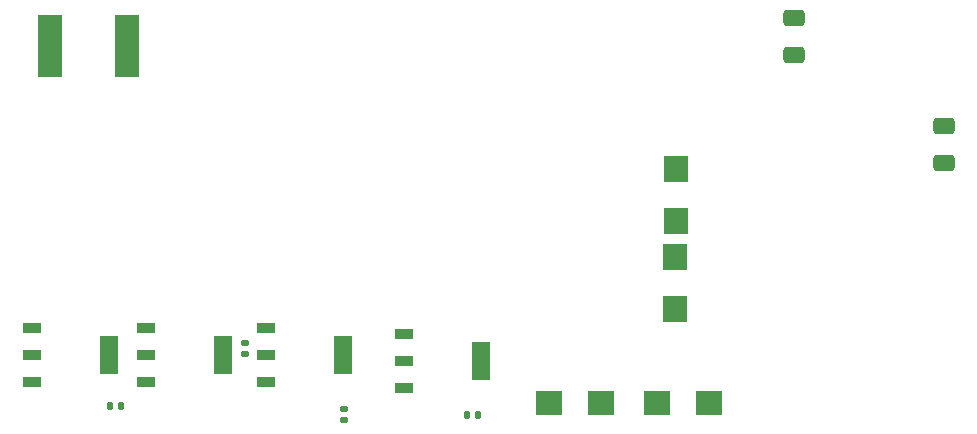
<source format=gbr>
%TF.GenerationSoftware,KiCad,Pcbnew,8.0.0*%
%TF.CreationDate,2024-03-13T17:22:47+01:00*%
%TF.ProjectId,BalloonMotherboardV3,42616c6c-6f6f-46e4-9d6f-74686572626f,rev?*%
%TF.SameCoordinates,Original*%
%TF.FileFunction,Paste,Bot*%
%TF.FilePolarity,Positive*%
%FSLAX46Y46*%
G04 Gerber Fmt 4.6, Leading zero omitted, Abs format (unit mm)*
G04 Created by KiCad (PCBNEW 8.0.0) date 2024-03-13 17:22:47*
%MOMM*%
%LPD*%
G01*
G04 APERTURE LIST*
G04 Aperture macros list*
%AMRoundRect*
0 Rectangle with rounded corners*
0 $1 Rounding radius*
0 $2 $3 $4 $5 $6 $7 $8 $9 X,Y pos of 4 corners*
0 Add a 4 corners polygon primitive as box body*
4,1,4,$2,$3,$4,$5,$6,$7,$8,$9,$2,$3,0*
0 Add four circle primitives for the rounded corners*
1,1,$1+$1,$2,$3*
1,1,$1+$1,$4,$5*
1,1,$1+$1,$6,$7*
1,1,$1+$1,$8,$9*
0 Add four rect primitives between the rounded corners*
20,1,$1+$1,$2,$3,$4,$5,0*
20,1,$1+$1,$4,$5,$6,$7,0*
20,1,$1+$1,$6,$7,$8,$9,0*
20,1,$1+$1,$8,$9,$2,$3,0*%
G04 Aperture macros list end*
%ADD10R,1.500000X0.900000*%
%ADD11R,1.500000X3.200000*%
%ADD12RoundRect,0.140000X0.170000X-0.140000X0.170000X0.140000X-0.170000X0.140000X-0.170000X-0.140000X0*%
%ADD13R,2.050000X2.250000*%
%ADD14R,2.250000X2.050000*%
%ADD15RoundRect,0.140000X-0.140000X-0.170000X0.140000X-0.170000X0.140000X0.170000X-0.140000X0.170000X0*%
%ADD16RoundRect,0.250000X0.650000X-0.412500X0.650000X0.412500X-0.650000X0.412500X-0.650000X-0.412500X0*%
%ADD17RoundRect,0.140000X-0.170000X0.140000X-0.170000X-0.140000X0.170000X-0.140000X0.170000X0.140000X0*%
%ADD18RoundRect,0.250000X-0.650000X0.412500X-0.650000X-0.412500X0.650000X-0.412500X0.650000X0.412500X0*%
%ADD19R,2.000000X5.300000*%
%ADD20RoundRect,0.140000X0.140000X0.170000X-0.140000X0.170000X-0.140000X-0.170000X0.140000X-0.170000X0*%
G04 APERTURE END LIST*
D10*
%TO.C,ICH4*%
X68886000Y-168924000D03*
X68886000Y-166624000D03*
X68886000Y-164324000D03*
D11*
X75386000Y-166624000D03*
%TD*%
D12*
%TO.C,C60*%
X86868000Y-166596000D03*
X86868000Y-165636000D03*
%TD*%
D13*
%TO.C,D5*%
X123393200Y-155311200D03*
X123393200Y-150911200D03*
%TD*%
D10*
%TO.C,ICH6*%
X88698000Y-168924000D03*
X88698000Y-166624000D03*
X88698000Y-164324000D03*
D11*
X95198000Y-166624000D03*
%TD*%
D13*
%TO.C,D7*%
X123342400Y-162728000D03*
X123342400Y-158328000D03*
%TD*%
D14*
%TO.C,D9*%
X117008000Y-170688000D03*
X112608000Y-170688000D03*
%TD*%
D15*
%TO.C,C59*%
X75466000Y-170942000D03*
X76426000Y-170942000D03*
%TD*%
D16*
%TO.C,C27*%
X146050000Y-150406500D03*
X146050000Y-147281500D03*
%TD*%
D14*
%TO.C,D8*%
X126152000Y-170688000D03*
X121752000Y-170688000D03*
%TD*%
D17*
%TO.C,C61*%
X95250000Y-171224000D03*
X95250000Y-172184000D03*
%TD*%
D18*
%TO.C,C43*%
X133350000Y-138137500D03*
X133350000Y-141262500D03*
%TD*%
D19*
%TO.C,F1*%
X70360000Y-140462000D03*
X76960000Y-140462000D03*
%TD*%
D10*
%TO.C,ICH5*%
X78538000Y-168924000D03*
X78538000Y-166624000D03*
X78538000Y-164324000D03*
D11*
X85038000Y-166624000D03*
%TD*%
D10*
%TO.C,ICH7*%
X100382000Y-169432000D03*
X100382000Y-167132000D03*
X100382000Y-164832000D03*
D11*
X106882000Y-167132000D03*
%TD*%
D20*
%TO.C,C58*%
X106652000Y-171704000D03*
X105692000Y-171704000D03*
%TD*%
M02*

</source>
